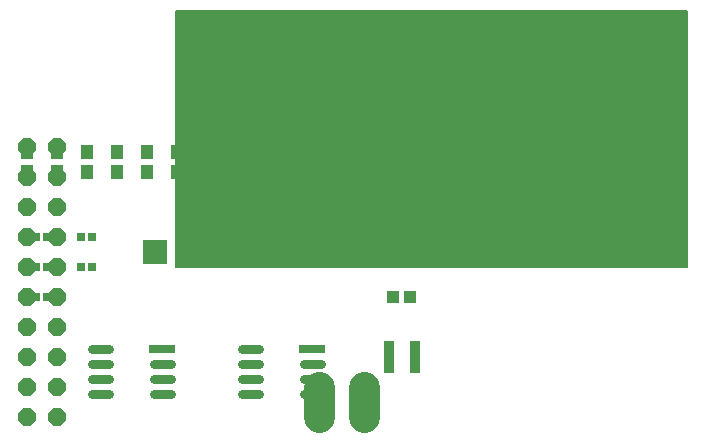
<source format=gbs>
G04 EAGLE Gerber RS-274X export*
G75*
%MOMM*%
%FSLAX34Y34*%
%LPD*%
%INSolder Mask bottom*%
%IPPOS*%
%AMOC8*
5,1,8,0,0,1.08239X$1,22.5*%
G01*
%ADD10R,1.101600X1.201600*%
%ADD11R,1.081600X1.021600*%
%ADD12R,2.101600X2.101600*%
%ADD13R,0.901600X2.801600*%
%ADD14R,0.701600X0.501600*%
%ADD15R,1.031600X0.891600*%
%ADD16R,2.166600X0.727600*%
%ADD17C,0.727600*%
%ADD18R,1.121600X1.101600*%
%ADD19R,1.101600X1.121600*%
%ADD20R,0.641600X0.701600*%
%ADD21P,1.649562X8X112.500000*%
%ADD22C,2.654300*%

G36*
X597018Y151146D02*
X597018Y151146D01*
X597137Y151153D01*
X597175Y151166D01*
X597216Y151171D01*
X597326Y151214D01*
X597439Y151251D01*
X597474Y151273D01*
X597511Y151288D01*
X597607Y151358D01*
X597708Y151421D01*
X597736Y151451D01*
X597769Y151474D01*
X597845Y151566D01*
X597926Y151653D01*
X597946Y151688D01*
X597971Y151719D01*
X598022Y151827D01*
X598080Y151931D01*
X598090Y151971D01*
X598107Y152007D01*
X598129Y152124D01*
X598159Y152239D01*
X598163Y152300D01*
X598167Y152320D01*
X598165Y152340D01*
X598169Y152400D01*
X598169Y368300D01*
X598154Y368418D01*
X598147Y368537D01*
X598134Y368575D01*
X598129Y368616D01*
X598086Y368726D01*
X598049Y368839D01*
X598027Y368874D01*
X598012Y368911D01*
X597943Y369007D01*
X597879Y369108D01*
X597849Y369136D01*
X597826Y369169D01*
X597734Y369245D01*
X597647Y369326D01*
X597612Y369346D01*
X597581Y369371D01*
X597473Y369422D01*
X597369Y369480D01*
X597329Y369490D01*
X597293Y369507D01*
X597176Y369529D01*
X597061Y369559D01*
X597001Y369563D01*
X596981Y369567D01*
X596960Y369565D01*
X596900Y369569D01*
X165100Y369569D01*
X164982Y369554D01*
X164863Y369547D01*
X164825Y369534D01*
X164784Y369529D01*
X164674Y369486D01*
X164561Y369449D01*
X164526Y369427D01*
X164489Y369412D01*
X164393Y369343D01*
X164292Y369279D01*
X164264Y369249D01*
X164231Y369226D01*
X164156Y369134D01*
X164074Y369047D01*
X164054Y369012D01*
X164029Y368981D01*
X163978Y368873D01*
X163920Y368769D01*
X163910Y368729D01*
X163893Y368693D01*
X163871Y368576D01*
X163841Y368461D01*
X163837Y368401D01*
X163833Y368381D01*
X163835Y368360D01*
X163831Y368300D01*
X163831Y152400D01*
X163846Y152282D01*
X163853Y152163D01*
X163866Y152125D01*
X163871Y152084D01*
X163914Y151974D01*
X163951Y151861D01*
X163973Y151826D01*
X163988Y151789D01*
X164058Y151693D01*
X164121Y151592D01*
X164151Y151564D01*
X164174Y151531D01*
X164266Y151456D01*
X164353Y151374D01*
X164388Y151354D01*
X164419Y151329D01*
X164527Y151278D01*
X164631Y151220D01*
X164671Y151210D01*
X164707Y151193D01*
X164824Y151171D01*
X164939Y151141D01*
X165000Y151137D01*
X165020Y151133D01*
X165040Y151135D01*
X165100Y151131D01*
X596900Y151131D01*
X597018Y151146D01*
G37*
D10*
X317500Y232800D03*
X317500Y249800D03*
D11*
X292100Y233550D03*
X292100Y249050D03*
D12*
X183100Y165100D03*
X147100Y165100D03*
D13*
X366600Y76200D03*
X344600Y76200D03*
D14*
X404200Y247800D03*
X404200Y234800D03*
X383200Y241300D03*
D15*
X355600Y249500D03*
X355600Y233100D03*
D16*
X153210Y82550D03*
D17*
X160405Y69850D02*
X146015Y69850D01*
X146015Y57150D02*
X160405Y57150D01*
X160405Y44450D02*
X146015Y44450D01*
X107985Y44450D02*
X93595Y44450D01*
X93595Y57150D02*
X107985Y57150D01*
X107985Y69850D02*
X93595Y69850D01*
X93595Y82550D02*
X107985Y82550D01*
D18*
X266700Y233710D03*
X266700Y248890D03*
X241300Y233710D03*
X241300Y248890D03*
D19*
X363190Y127000D03*
X348010Y127000D03*
D11*
X215900Y233550D03*
X215900Y249050D03*
D10*
X190500Y232800D03*
X190500Y249800D03*
X165100Y232800D03*
X165100Y249800D03*
X139700Y232800D03*
X139700Y249800D03*
X114300Y232800D03*
X114300Y249800D03*
X88900Y232800D03*
X88900Y249800D03*
X63500Y232800D03*
X63500Y249800D03*
D12*
X284700Y165100D03*
X248700Y165100D03*
X386300Y165100D03*
X350300Y165100D03*
D16*
X280210Y82550D03*
D17*
X287405Y69850D02*
X273015Y69850D01*
X273015Y57150D02*
X287405Y57150D01*
X287405Y44450D02*
X273015Y44450D01*
X234985Y44450D02*
X220595Y44450D01*
X220595Y57150D02*
X234985Y57150D01*
X234985Y69850D02*
X220595Y69850D01*
X220595Y82550D02*
X234985Y82550D01*
D11*
X38100Y233550D03*
X38100Y249050D03*
D20*
X93200Y152400D03*
X84600Y152400D03*
X93200Y177800D03*
X84600Y177800D03*
D21*
X63500Y25400D03*
X38100Y25400D03*
X63500Y50800D03*
X38100Y50800D03*
X63500Y76200D03*
X38100Y76200D03*
X63500Y101600D03*
X38100Y101600D03*
X63500Y127000D03*
X38100Y127000D03*
X63500Y152400D03*
X38100Y152400D03*
X63500Y177800D03*
X38100Y177800D03*
X63500Y203200D03*
X38100Y203200D03*
X63500Y228600D03*
X38100Y228600D03*
X63500Y254000D03*
X38100Y254000D03*
D20*
X55100Y177800D03*
X46500Y177800D03*
X55100Y152400D03*
X46500Y152400D03*
X55100Y127000D03*
X46500Y127000D03*
D22*
X285750Y228537D02*
X285750Y254064D01*
X323850Y254064D02*
X323850Y228537D01*
X285750Y50864D02*
X285750Y25337D01*
X323850Y25337D02*
X323850Y50864D01*
M02*

</source>
